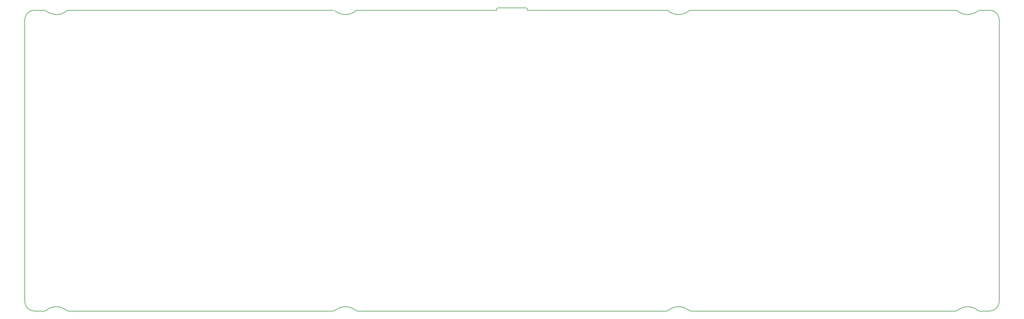
<source format=gbr>
%TF.GenerationSoftware,Altium Limited,Altium Designer,20.2.6 (244)*%
G04 Layer_Color=65535*
%FSLAX45Y45*%
%MOMM*%
%TF.SameCoordinates,2F107FE3-984A-4B75-92AE-308BEDE16AF6*%
%TF.FilePolarity,Positive*%
%TF.FileFunction,Other,Mechanical_1*%
%TF.Part,Single*%
G01*
G75*
%TA.AperFunction,NonConductor*%
%ADD40C,0.20000*%
%ADD78C,0.01270*%
D40*
X15177499Y590000D02*
G03*
X14877499Y890000I-300000J0D01*
G01*
Y-8509750D02*
G03*
X15177499Y-8209750I0J300000D01*
G01*
X14508269Y-8486958D02*
G03*
X14571822Y-8509750I63553J77208D01*
G01*
X14508269Y-8486958D02*
G03*
X13872743Y-8486958I-317763J-386040D01*
G01*
X13809190Y-8509750D02*
G03*
X13872743Y-8486958I0J100000D01*
G01*
X5508268D02*
G03*
X5571821Y-8509750I63553J77208D01*
G01*
X5508269Y-8486958D02*
G03*
X4872743Y-8486958I-317763J-386040D01*
G01*
X4809190Y-8509750D02*
G03*
X4872743Y-8486958I0J100000D01*
G01*
X-4872737D02*
G03*
X-4809185Y-8509750I63553J77208D01*
G01*
X-4872737Y-8486958D02*
G03*
X-5508263Y-8486958I-317763J-386040D01*
G01*
X-5571815Y-8509750D02*
G03*
X-5508263Y-8486958I0J100000D01*
G01*
X-13872737D02*
G03*
X-13809184Y-8509750I63553J77208D01*
G01*
X-13872737Y-8486958D02*
G03*
X-14508263Y-8486958I-317763J-386040D01*
G01*
X-14571815Y-8509750D02*
G03*
X-14508263Y-8486958I0J100000D01*
G01*
X-15177499Y-8209750D02*
G03*
X-14877499Y-8509750I300000J0D01*
G01*
Y890000D02*
G03*
X-15177499Y590000I0J-300000D01*
G01*
X-14508514Y867167D02*
G03*
X-14572116Y890000I-63603J-77167D01*
G01*
X-14508514Y867167D02*
G03*
X-13872487Y867167I318014J385833D01*
G01*
X-13808884Y890000D02*
G03*
X-13872487Y867167I0J-100000D01*
G01*
X-5508514D02*
G03*
X-4872487Y867167I318014J385833D01*
G01*
X-4808884Y890000D02*
G03*
X-4872487Y867167I0J-100000D01*
G01*
X4872492D02*
G03*
X4808889Y890000I-63603J-77167D01*
G01*
X4872492Y867167D02*
G03*
X5508519Y867167I318014J385833D01*
G01*
X5572122Y890000D02*
G03*
X5508519Y867167I0J-100000D01*
G01*
X13872491D02*
G03*
X13808888Y890000I-63603J-77167D01*
G01*
X13872491Y867167D02*
G03*
X14508519Y867167I318014J385833D01*
G01*
X14572122Y890000D02*
G03*
X14508519Y867167I0J-100000D01*
G01*
X-432499Y962000D02*
G03*
X-482499Y911999I1J-50001D01*
G01*
X482498Y911999D02*
G03*
X432498Y962000I-50001J0D01*
G01*
X482498Y890000D02*
Y911999D01*
X15177499Y-8209750D02*
Y590000D01*
X14571820Y-8509750D02*
X14877499D01*
X-15177499Y-8209750D02*
Y590000D01*
X-14877499Y890000D02*
X-14572116D01*
X-482498D02*
Y911999D01*
X-432499Y962000D02*
X432499D01*
X482498Y890000D02*
X4808889D01*
X-4809184Y-8509750D02*
X4809190D01*
X-13809184D02*
X-5571815D01*
X-14877499D02*
X-14571815D01*
X5571821D02*
X13809190D01*
X-4808884Y890000D02*
X-482498D01*
X-13808884D02*
X-5572116D01*
X14572121D02*
X14877499D01*
X5572122D02*
X13808890D01*
D78*
X-5508513Y867167D02*
G03*
X-5572116Y890000I-63603J-77167D01*
G01*
%TF.MD5,26a7d6e0ab4280e74fa5858121c4ca7c*%
M02*

</source>
